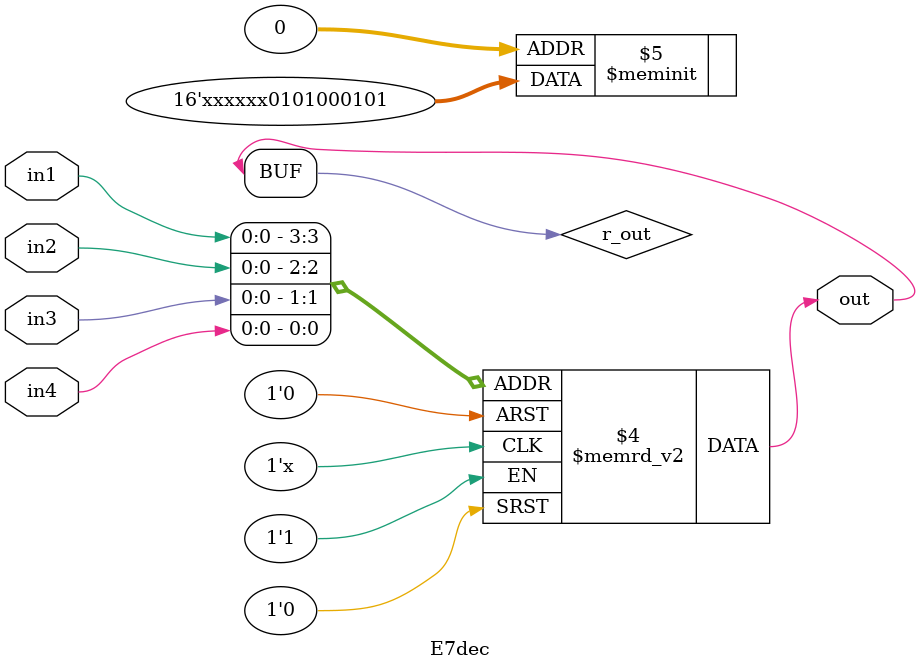
<source format=v>
module E7dec(output out, input in1, in2, in3, in4);
  reg r_out;
  assign out = r_out;
  always@(in1, in2, in3, in4)
    begin
      case({in1, in2, in3, in4})
        4'b0000: out = 1'b1;
        4'b0001: out = 1'b0;
        4'b0010: out = 1'b1;
        4'b0011: out = 1'b0;
        4'b0100: out = 1'b0;
        4'b0101: out = 1'b0;
        4'b0110: out = 1'b1;
        4'b0111: out = 1'b0;
	4'b1000: out = 1'b1;
        4'b1001: out = 1'b0;
        4'b1010: out = 1'bx;
        4'b1011: out = 1'bx;
        4'b1100: out = 1'bx;
        4'b1101: out = 1'bx;
        4'b1110: out = 1'bx;
        4'b1111: out = 1'bx;
	
        default: out = 1'b0;
      endcase
    end
endmodule

</source>
